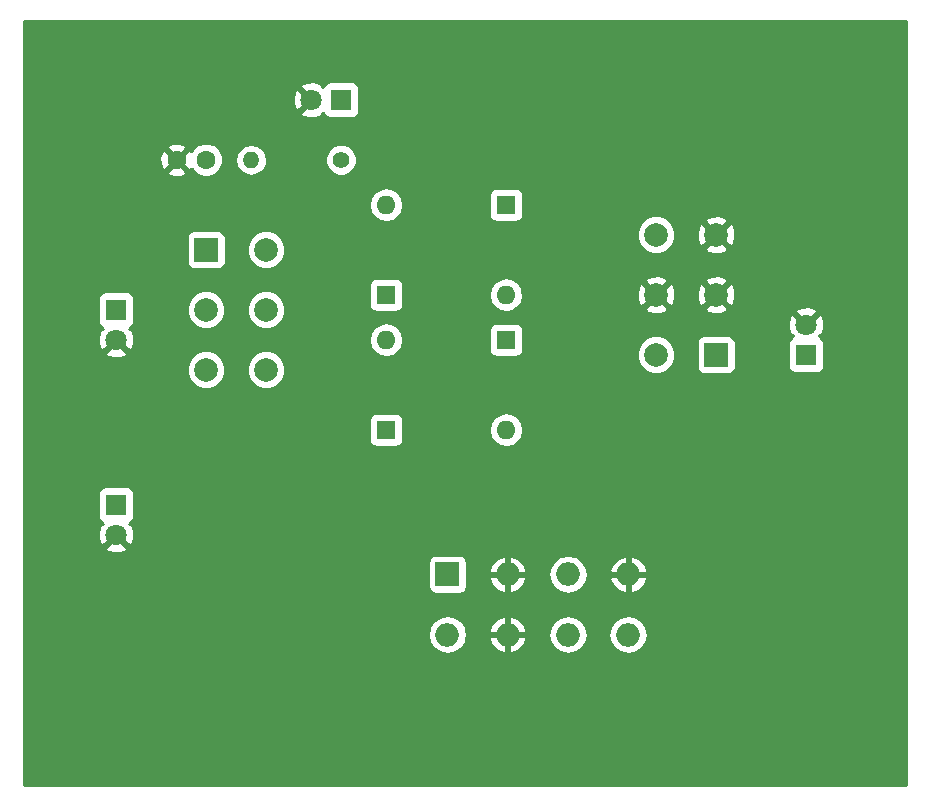
<source format=gbr>
G04 #@! TF.FileFunction,Copper,L1,Top,Signal*
%FSLAX46Y46*%
G04 Gerber Fmt 4.6, Leading zero omitted, Abs format (unit mm)*
G04 Created by KiCad (PCBNEW 4.0.7) date 02/25/18 20:53:57*
%MOMM*%
%LPD*%
G01*
G04 APERTURE LIST*
%ADD10C,0.100000*%
%ADD11R,2.000000X2.000000*%
%ADD12O,2.000000X2.000000*%
%ADD13C,1.600000*%
%ADD14R,1.600000X1.600000*%
%ADD15O,1.600000X1.600000*%
%ADD16R,1.800000X1.800000*%
%ADD17C,1.800000*%
%ADD18C,1.400000*%
%ADD19O,1.400000X1.400000*%
%ADD20C,2.000000*%
%ADD21C,0.254000*%
G04 APERTURE END LIST*
D10*
D11*
X136010000Y-77010000D03*
D12*
X141110000Y-77010000D03*
X146210000Y-77010000D03*
X151310000Y-77010000D03*
X136010000Y-82110000D03*
X141110000Y-82110000D03*
X146210000Y-82110000D03*
X151310000Y-82110000D03*
D13*
X115570000Y-41910000D03*
X113070000Y-41910000D03*
D14*
X130810000Y-53340000D03*
D15*
X130810000Y-45720000D03*
D14*
X140970000Y-57150000D03*
D15*
X140970000Y-64770000D03*
D14*
X130810000Y-64770000D03*
D15*
X130810000Y-57150000D03*
D14*
X140970000Y-45720000D03*
D15*
X140970000Y-53340000D03*
D16*
X107950000Y-54610000D03*
D17*
X107950000Y-57150000D03*
D16*
X107950000Y-71120000D03*
D17*
X107950000Y-73660000D03*
D16*
X127000000Y-36830000D03*
D17*
X124460000Y-36830000D03*
D16*
X166370000Y-58420000D03*
D17*
X166370000Y-55880000D03*
D18*
X127000000Y-41910000D03*
D19*
X119380000Y-41910000D03*
D11*
X115570000Y-49530000D03*
D20*
X120650000Y-49530000D03*
X115570000Y-54610000D03*
X120650000Y-59690000D03*
X120650000Y-54610000D03*
X115570000Y-59690000D03*
D11*
X158750000Y-58420000D03*
D20*
X153670000Y-58420000D03*
X158750000Y-53340000D03*
X153670000Y-48260000D03*
X153670000Y-53340000D03*
X158750000Y-48260000D03*
D21*
G36*
X174873000Y-94873000D02*
X100127000Y-94873000D01*
X100127000Y-82110000D01*
X134342968Y-82110000D01*
X134467425Y-82735687D01*
X134821848Y-83266120D01*
X135352281Y-83620543D01*
X135977968Y-83745000D01*
X136042032Y-83745000D01*
X136667719Y-83620543D01*
X137198152Y-83266120D01*
X137552575Y-82735687D01*
X137601358Y-82490434D01*
X139519876Y-82490434D01*
X139716598Y-82965385D01*
X140150006Y-83433505D01*
X140729565Y-83700133D01*
X140983000Y-83581319D01*
X140983000Y-82237000D01*
X141237000Y-82237000D01*
X141237000Y-83581319D01*
X141490435Y-83700133D01*
X142069994Y-83433505D01*
X142503402Y-82965385D01*
X142700124Y-82490434D01*
X142580777Y-82237000D01*
X141237000Y-82237000D01*
X140983000Y-82237000D01*
X139639223Y-82237000D01*
X139519876Y-82490434D01*
X137601358Y-82490434D01*
X137677032Y-82110000D01*
X144542968Y-82110000D01*
X144667425Y-82735687D01*
X145021848Y-83266120D01*
X145552281Y-83620543D01*
X146177968Y-83745000D01*
X146242032Y-83745000D01*
X146867719Y-83620543D01*
X147398152Y-83266120D01*
X147752575Y-82735687D01*
X147877032Y-82110000D01*
X149642968Y-82110000D01*
X149767425Y-82735687D01*
X150121848Y-83266120D01*
X150652281Y-83620543D01*
X151277968Y-83745000D01*
X151342032Y-83745000D01*
X151967719Y-83620543D01*
X152498152Y-83266120D01*
X152852575Y-82735687D01*
X152977032Y-82110000D01*
X152852575Y-81484313D01*
X152498152Y-80953880D01*
X151967719Y-80599457D01*
X151342032Y-80475000D01*
X151277968Y-80475000D01*
X150652281Y-80599457D01*
X150121848Y-80953880D01*
X149767425Y-81484313D01*
X149642968Y-82110000D01*
X147877032Y-82110000D01*
X147752575Y-81484313D01*
X147398152Y-80953880D01*
X146867719Y-80599457D01*
X146242032Y-80475000D01*
X146177968Y-80475000D01*
X145552281Y-80599457D01*
X145021848Y-80953880D01*
X144667425Y-81484313D01*
X144542968Y-82110000D01*
X137677032Y-82110000D01*
X137601359Y-81729566D01*
X139519876Y-81729566D01*
X139639223Y-81983000D01*
X140983000Y-81983000D01*
X140983000Y-80638681D01*
X141237000Y-80638681D01*
X141237000Y-81983000D01*
X142580777Y-81983000D01*
X142700124Y-81729566D01*
X142503402Y-81254615D01*
X142069994Y-80786495D01*
X141490435Y-80519867D01*
X141237000Y-80638681D01*
X140983000Y-80638681D01*
X140729565Y-80519867D01*
X140150006Y-80786495D01*
X139716598Y-81254615D01*
X139519876Y-81729566D01*
X137601359Y-81729566D01*
X137552575Y-81484313D01*
X137198152Y-80953880D01*
X136667719Y-80599457D01*
X136042032Y-80475000D01*
X135977968Y-80475000D01*
X135352281Y-80599457D01*
X134821848Y-80953880D01*
X134467425Y-81484313D01*
X134342968Y-82110000D01*
X100127000Y-82110000D01*
X100127000Y-76010000D01*
X134362560Y-76010000D01*
X134362560Y-78010000D01*
X134406838Y-78245317D01*
X134545910Y-78461441D01*
X134758110Y-78606431D01*
X135010000Y-78657440D01*
X137010000Y-78657440D01*
X137245317Y-78613162D01*
X137461441Y-78474090D01*
X137606431Y-78261890D01*
X137657440Y-78010000D01*
X137657440Y-77390434D01*
X139519876Y-77390434D01*
X139716598Y-77865385D01*
X140150006Y-78333505D01*
X140729565Y-78600133D01*
X140983000Y-78481319D01*
X140983000Y-77137000D01*
X141237000Y-77137000D01*
X141237000Y-78481319D01*
X141490435Y-78600133D01*
X142069994Y-78333505D01*
X142503402Y-77865385D01*
X142700124Y-77390434D01*
X142580777Y-77137000D01*
X141237000Y-77137000D01*
X140983000Y-77137000D01*
X139639223Y-77137000D01*
X139519876Y-77390434D01*
X137657440Y-77390434D01*
X137657440Y-77010000D01*
X144542968Y-77010000D01*
X144667425Y-77635687D01*
X145021848Y-78166120D01*
X145552281Y-78520543D01*
X146177968Y-78645000D01*
X146242032Y-78645000D01*
X146867719Y-78520543D01*
X147398152Y-78166120D01*
X147752575Y-77635687D01*
X147801358Y-77390434D01*
X149719876Y-77390434D01*
X149916598Y-77865385D01*
X150350006Y-78333505D01*
X150929565Y-78600133D01*
X151183000Y-78481319D01*
X151183000Y-77137000D01*
X151437000Y-77137000D01*
X151437000Y-78481319D01*
X151690435Y-78600133D01*
X152269994Y-78333505D01*
X152703402Y-77865385D01*
X152900124Y-77390434D01*
X152780777Y-77137000D01*
X151437000Y-77137000D01*
X151183000Y-77137000D01*
X149839223Y-77137000D01*
X149719876Y-77390434D01*
X147801358Y-77390434D01*
X147877032Y-77010000D01*
X147801359Y-76629566D01*
X149719876Y-76629566D01*
X149839223Y-76883000D01*
X151183000Y-76883000D01*
X151183000Y-75538681D01*
X151437000Y-75538681D01*
X151437000Y-76883000D01*
X152780777Y-76883000D01*
X152900124Y-76629566D01*
X152703402Y-76154615D01*
X152269994Y-75686495D01*
X151690435Y-75419867D01*
X151437000Y-75538681D01*
X151183000Y-75538681D01*
X150929565Y-75419867D01*
X150350006Y-75686495D01*
X149916598Y-76154615D01*
X149719876Y-76629566D01*
X147801359Y-76629566D01*
X147752575Y-76384313D01*
X147398152Y-75853880D01*
X146867719Y-75499457D01*
X146242032Y-75375000D01*
X146177968Y-75375000D01*
X145552281Y-75499457D01*
X145021848Y-75853880D01*
X144667425Y-76384313D01*
X144542968Y-77010000D01*
X137657440Y-77010000D01*
X137657440Y-76629566D01*
X139519876Y-76629566D01*
X139639223Y-76883000D01*
X140983000Y-76883000D01*
X140983000Y-75538681D01*
X141237000Y-75538681D01*
X141237000Y-76883000D01*
X142580777Y-76883000D01*
X142700124Y-76629566D01*
X142503402Y-76154615D01*
X142069994Y-75686495D01*
X141490435Y-75419867D01*
X141237000Y-75538681D01*
X140983000Y-75538681D01*
X140729565Y-75419867D01*
X140150006Y-75686495D01*
X139716598Y-76154615D01*
X139519876Y-76629566D01*
X137657440Y-76629566D01*
X137657440Y-76010000D01*
X137613162Y-75774683D01*
X137474090Y-75558559D01*
X137261890Y-75413569D01*
X137010000Y-75362560D01*
X135010000Y-75362560D01*
X134774683Y-75406838D01*
X134558559Y-75545910D01*
X134413569Y-75758110D01*
X134362560Y-76010000D01*
X100127000Y-76010000D01*
X100127000Y-74740159D01*
X107049446Y-74740159D01*
X107135852Y-74996643D01*
X107709336Y-75206458D01*
X108319460Y-75180839D01*
X108764148Y-74996643D01*
X108850554Y-74740159D01*
X107950000Y-73839605D01*
X107049446Y-74740159D01*
X100127000Y-74740159D01*
X100127000Y-70220000D01*
X106402560Y-70220000D01*
X106402560Y-72020000D01*
X106446838Y-72255317D01*
X106585910Y-72471441D01*
X106789574Y-72610598D01*
X106755282Y-72644890D01*
X106869839Y-72759447D01*
X106613357Y-72845852D01*
X106403542Y-73419336D01*
X106429161Y-74029460D01*
X106613357Y-74474148D01*
X106869841Y-74560554D01*
X107770395Y-73660000D01*
X107756253Y-73645858D01*
X107935858Y-73466253D01*
X107950000Y-73480395D01*
X107964143Y-73466253D01*
X108143748Y-73645858D01*
X108129605Y-73660000D01*
X109030159Y-74560554D01*
X109286643Y-74474148D01*
X109496458Y-73900664D01*
X109470839Y-73290540D01*
X109286643Y-72845852D01*
X109030161Y-72759447D01*
X109144718Y-72644890D01*
X109108240Y-72608412D01*
X109301441Y-72484090D01*
X109446431Y-72271890D01*
X109497440Y-72020000D01*
X109497440Y-70220000D01*
X109453162Y-69984683D01*
X109314090Y-69768559D01*
X109101890Y-69623569D01*
X108850000Y-69572560D01*
X107050000Y-69572560D01*
X106814683Y-69616838D01*
X106598559Y-69755910D01*
X106453569Y-69968110D01*
X106402560Y-70220000D01*
X100127000Y-70220000D01*
X100127000Y-63970000D01*
X129362560Y-63970000D01*
X129362560Y-65570000D01*
X129406838Y-65805317D01*
X129545910Y-66021441D01*
X129758110Y-66166431D01*
X130010000Y-66217440D01*
X131610000Y-66217440D01*
X131845317Y-66173162D01*
X132061441Y-66034090D01*
X132206431Y-65821890D01*
X132257440Y-65570000D01*
X132257440Y-64741887D01*
X139535000Y-64741887D01*
X139535000Y-64798113D01*
X139644233Y-65347264D01*
X139955302Y-65812811D01*
X140420849Y-66123880D01*
X140970000Y-66233113D01*
X141519151Y-66123880D01*
X141984698Y-65812811D01*
X142295767Y-65347264D01*
X142405000Y-64798113D01*
X142405000Y-64741887D01*
X142295767Y-64192736D01*
X141984698Y-63727189D01*
X141519151Y-63416120D01*
X140970000Y-63306887D01*
X140420849Y-63416120D01*
X139955302Y-63727189D01*
X139644233Y-64192736D01*
X139535000Y-64741887D01*
X132257440Y-64741887D01*
X132257440Y-63970000D01*
X132213162Y-63734683D01*
X132074090Y-63518559D01*
X131861890Y-63373569D01*
X131610000Y-63322560D01*
X130010000Y-63322560D01*
X129774683Y-63366838D01*
X129558559Y-63505910D01*
X129413569Y-63718110D01*
X129362560Y-63970000D01*
X100127000Y-63970000D01*
X100127000Y-60013795D01*
X113934716Y-60013795D01*
X114183106Y-60614943D01*
X114642637Y-61075278D01*
X115243352Y-61324716D01*
X115893795Y-61325284D01*
X116494943Y-61076894D01*
X116955278Y-60617363D01*
X117204716Y-60016648D01*
X117204718Y-60013795D01*
X119014716Y-60013795D01*
X119263106Y-60614943D01*
X119722637Y-61075278D01*
X120323352Y-61324716D01*
X120973795Y-61325284D01*
X121574943Y-61076894D01*
X122035278Y-60617363D01*
X122284716Y-60016648D01*
X122285284Y-59366205D01*
X122036894Y-58765057D01*
X122015670Y-58743795D01*
X152034716Y-58743795D01*
X152283106Y-59344943D01*
X152742637Y-59805278D01*
X153343352Y-60054716D01*
X153993795Y-60055284D01*
X154594943Y-59806894D01*
X155055278Y-59347363D01*
X155304716Y-58746648D01*
X155305284Y-58096205D01*
X155056894Y-57495057D01*
X154981969Y-57420000D01*
X157102560Y-57420000D01*
X157102560Y-59420000D01*
X157146838Y-59655317D01*
X157285910Y-59871441D01*
X157498110Y-60016431D01*
X157750000Y-60067440D01*
X159750000Y-60067440D01*
X159985317Y-60023162D01*
X160201441Y-59884090D01*
X160346431Y-59671890D01*
X160397440Y-59420000D01*
X160397440Y-57520000D01*
X164822560Y-57520000D01*
X164822560Y-59320000D01*
X164866838Y-59555317D01*
X165005910Y-59771441D01*
X165218110Y-59916431D01*
X165470000Y-59967440D01*
X167270000Y-59967440D01*
X167505317Y-59923162D01*
X167721441Y-59784090D01*
X167866431Y-59571890D01*
X167917440Y-59320000D01*
X167917440Y-57520000D01*
X167873162Y-57284683D01*
X167734090Y-57068559D01*
X167530426Y-56929402D01*
X167564718Y-56895110D01*
X167450161Y-56780553D01*
X167706643Y-56694148D01*
X167916458Y-56120664D01*
X167890839Y-55510540D01*
X167706643Y-55065852D01*
X167450159Y-54979446D01*
X166549605Y-55880000D01*
X166563748Y-55894143D01*
X166384143Y-56073748D01*
X166370000Y-56059605D01*
X166355858Y-56073748D01*
X166176253Y-55894143D01*
X166190395Y-55880000D01*
X165289841Y-54979446D01*
X165033357Y-55065852D01*
X164823542Y-55639336D01*
X164849161Y-56249460D01*
X165033357Y-56694148D01*
X165289839Y-56780553D01*
X165175282Y-56895110D01*
X165211760Y-56931588D01*
X165018559Y-57055910D01*
X164873569Y-57268110D01*
X164822560Y-57520000D01*
X160397440Y-57520000D01*
X160397440Y-57420000D01*
X160353162Y-57184683D01*
X160214090Y-56968559D01*
X160001890Y-56823569D01*
X159750000Y-56772560D01*
X157750000Y-56772560D01*
X157514683Y-56816838D01*
X157298559Y-56955910D01*
X157153569Y-57168110D01*
X157102560Y-57420000D01*
X154981969Y-57420000D01*
X154597363Y-57034722D01*
X153996648Y-56785284D01*
X153346205Y-56784716D01*
X152745057Y-57033106D01*
X152284722Y-57492637D01*
X152035284Y-58093352D01*
X152034716Y-58743795D01*
X122015670Y-58743795D01*
X121577363Y-58304722D01*
X120976648Y-58055284D01*
X120326205Y-58054716D01*
X119725057Y-58303106D01*
X119264722Y-58762637D01*
X119015284Y-59363352D01*
X119014716Y-60013795D01*
X117204718Y-60013795D01*
X117205284Y-59366205D01*
X116956894Y-58765057D01*
X116497363Y-58304722D01*
X115896648Y-58055284D01*
X115246205Y-58054716D01*
X114645057Y-58303106D01*
X114184722Y-58762637D01*
X113935284Y-59363352D01*
X113934716Y-60013795D01*
X100127000Y-60013795D01*
X100127000Y-58230159D01*
X107049446Y-58230159D01*
X107135852Y-58486643D01*
X107709336Y-58696458D01*
X108319460Y-58670839D01*
X108764148Y-58486643D01*
X108850554Y-58230159D01*
X107950000Y-57329605D01*
X107049446Y-58230159D01*
X100127000Y-58230159D01*
X100127000Y-53710000D01*
X106402560Y-53710000D01*
X106402560Y-55510000D01*
X106446838Y-55745317D01*
X106585910Y-55961441D01*
X106789574Y-56100598D01*
X106755282Y-56134890D01*
X106869839Y-56249447D01*
X106613357Y-56335852D01*
X106403542Y-56909336D01*
X106429161Y-57519460D01*
X106613357Y-57964148D01*
X106869841Y-58050554D01*
X107770395Y-57150000D01*
X107756253Y-57135858D01*
X107935858Y-56956253D01*
X107950000Y-56970395D01*
X107964143Y-56956253D01*
X108143748Y-57135858D01*
X108129605Y-57150000D01*
X109030159Y-58050554D01*
X109286643Y-57964148D01*
X109496458Y-57390664D01*
X109485173Y-57121887D01*
X129375000Y-57121887D01*
X129375000Y-57178113D01*
X129484233Y-57727264D01*
X129795302Y-58192811D01*
X130260849Y-58503880D01*
X130810000Y-58613113D01*
X131359151Y-58503880D01*
X131824698Y-58192811D01*
X132135767Y-57727264D01*
X132245000Y-57178113D01*
X132245000Y-57121887D01*
X132135767Y-56572736D01*
X131986940Y-56350000D01*
X139522560Y-56350000D01*
X139522560Y-57950000D01*
X139566838Y-58185317D01*
X139705910Y-58401441D01*
X139918110Y-58546431D01*
X140170000Y-58597440D01*
X141770000Y-58597440D01*
X142005317Y-58553162D01*
X142221441Y-58414090D01*
X142366431Y-58201890D01*
X142417440Y-57950000D01*
X142417440Y-56350000D01*
X142373162Y-56114683D01*
X142234090Y-55898559D01*
X142021890Y-55753569D01*
X141770000Y-55702560D01*
X140170000Y-55702560D01*
X139934683Y-55746838D01*
X139718559Y-55885910D01*
X139573569Y-56098110D01*
X139522560Y-56350000D01*
X131986940Y-56350000D01*
X131824698Y-56107189D01*
X131359151Y-55796120D01*
X130810000Y-55686887D01*
X130260849Y-55796120D01*
X129795302Y-56107189D01*
X129484233Y-56572736D01*
X129375000Y-57121887D01*
X109485173Y-57121887D01*
X109470839Y-56780540D01*
X109286643Y-56335852D01*
X109030161Y-56249447D01*
X109144718Y-56134890D01*
X109108240Y-56098412D01*
X109301441Y-55974090D01*
X109446431Y-55761890D01*
X109497440Y-55510000D01*
X109497440Y-54933795D01*
X113934716Y-54933795D01*
X114183106Y-55534943D01*
X114642637Y-55995278D01*
X115243352Y-56244716D01*
X115893795Y-56245284D01*
X116494943Y-55996894D01*
X116955278Y-55537363D01*
X117204716Y-54936648D01*
X117204718Y-54933795D01*
X119014716Y-54933795D01*
X119263106Y-55534943D01*
X119722637Y-55995278D01*
X120323352Y-56244716D01*
X120973795Y-56245284D01*
X121574943Y-55996894D01*
X122035278Y-55537363D01*
X122284716Y-54936648D01*
X122285284Y-54286205D01*
X122036894Y-53685057D01*
X121577363Y-53224722D01*
X120976648Y-52975284D01*
X120326205Y-52974716D01*
X119725057Y-53223106D01*
X119264722Y-53682637D01*
X119015284Y-54283352D01*
X119014716Y-54933795D01*
X117204718Y-54933795D01*
X117205284Y-54286205D01*
X116956894Y-53685057D01*
X116497363Y-53224722D01*
X115896648Y-52975284D01*
X115246205Y-52974716D01*
X114645057Y-53223106D01*
X114184722Y-53682637D01*
X113935284Y-54283352D01*
X113934716Y-54933795D01*
X109497440Y-54933795D01*
X109497440Y-53710000D01*
X109453162Y-53474683D01*
X109314090Y-53258559D01*
X109101890Y-53113569D01*
X108850000Y-53062560D01*
X107050000Y-53062560D01*
X106814683Y-53106838D01*
X106598559Y-53245910D01*
X106453569Y-53458110D01*
X106402560Y-53710000D01*
X100127000Y-53710000D01*
X100127000Y-52540000D01*
X129362560Y-52540000D01*
X129362560Y-54140000D01*
X129406838Y-54375317D01*
X129545910Y-54591441D01*
X129758110Y-54736431D01*
X130010000Y-54787440D01*
X131610000Y-54787440D01*
X131845317Y-54743162D01*
X132061441Y-54604090D01*
X132206431Y-54391890D01*
X132257440Y-54140000D01*
X132257440Y-53311887D01*
X139535000Y-53311887D01*
X139535000Y-53368113D01*
X139644233Y-53917264D01*
X139955302Y-54382811D01*
X140420849Y-54693880D01*
X140970000Y-54803113D01*
X141519151Y-54693880D01*
X141820489Y-54492532D01*
X152697073Y-54492532D01*
X152795736Y-54759387D01*
X153405461Y-54985908D01*
X154055460Y-54961856D01*
X154544264Y-54759387D01*
X154642927Y-54492532D01*
X157777073Y-54492532D01*
X157875736Y-54759387D01*
X158485461Y-54985908D01*
X159135460Y-54961856D01*
X159526599Y-54799841D01*
X165469446Y-54799841D01*
X166370000Y-55700395D01*
X167270554Y-54799841D01*
X167184148Y-54543357D01*
X166610664Y-54333542D01*
X166000540Y-54359161D01*
X165555852Y-54543357D01*
X165469446Y-54799841D01*
X159526599Y-54799841D01*
X159624264Y-54759387D01*
X159722927Y-54492532D01*
X158750000Y-53519605D01*
X157777073Y-54492532D01*
X154642927Y-54492532D01*
X153670000Y-53519605D01*
X152697073Y-54492532D01*
X141820489Y-54492532D01*
X141984698Y-54382811D01*
X142295767Y-53917264D01*
X142405000Y-53368113D01*
X142405000Y-53311887D01*
X142357972Y-53075461D01*
X152024092Y-53075461D01*
X152048144Y-53725460D01*
X152250613Y-54214264D01*
X152517468Y-54312927D01*
X153490395Y-53340000D01*
X153849605Y-53340000D01*
X154822532Y-54312927D01*
X155089387Y-54214264D01*
X155315908Y-53604539D01*
X155296331Y-53075461D01*
X157104092Y-53075461D01*
X157128144Y-53725460D01*
X157330613Y-54214264D01*
X157597468Y-54312927D01*
X158570395Y-53340000D01*
X158929605Y-53340000D01*
X159902532Y-54312927D01*
X160169387Y-54214264D01*
X160395908Y-53604539D01*
X160371856Y-52954540D01*
X160169387Y-52465736D01*
X159902532Y-52367073D01*
X158929605Y-53340000D01*
X158570395Y-53340000D01*
X157597468Y-52367073D01*
X157330613Y-52465736D01*
X157104092Y-53075461D01*
X155296331Y-53075461D01*
X155291856Y-52954540D01*
X155089387Y-52465736D01*
X154822532Y-52367073D01*
X153849605Y-53340000D01*
X153490395Y-53340000D01*
X152517468Y-52367073D01*
X152250613Y-52465736D01*
X152024092Y-53075461D01*
X142357972Y-53075461D01*
X142295767Y-52762736D01*
X141984698Y-52297189D01*
X141820490Y-52187468D01*
X152697073Y-52187468D01*
X153670000Y-53160395D01*
X154642927Y-52187468D01*
X157777073Y-52187468D01*
X158750000Y-53160395D01*
X159722927Y-52187468D01*
X159624264Y-51920613D01*
X159014539Y-51694092D01*
X158364540Y-51718144D01*
X157875736Y-51920613D01*
X157777073Y-52187468D01*
X154642927Y-52187468D01*
X154544264Y-51920613D01*
X153934539Y-51694092D01*
X153284540Y-51718144D01*
X152795736Y-51920613D01*
X152697073Y-52187468D01*
X141820490Y-52187468D01*
X141519151Y-51986120D01*
X140970000Y-51876887D01*
X140420849Y-51986120D01*
X139955302Y-52297189D01*
X139644233Y-52762736D01*
X139535000Y-53311887D01*
X132257440Y-53311887D01*
X132257440Y-52540000D01*
X132213162Y-52304683D01*
X132074090Y-52088559D01*
X131861890Y-51943569D01*
X131610000Y-51892560D01*
X130010000Y-51892560D01*
X129774683Y-51936838D01*
X129558559Y-52075910D01*
X129413569Y-52288110D01*
X129362560Y-52540000D01*
X100127000Y-52540000D01*
X100127000Y-48530000D01*
X113922560Y-48530000D01*
X113922560Y-50530000D01*
X113966838Y-50765317D01*
X114105910Y-50981441D01*
X114318110Y-51126431D01*
X114570000Y-51177440D01*
X116570000Y-51177440D01*
X116805317Y-51133162D01*
X117021441Y-50994090D01*
X117166431Y-50781890D01*
X117217440Y-50530000D01*
X117217440Y-49853795D01*
X119014716Y-49853795D01*
X119263106Y-50454943D01*
X119722637Y-50915278D01*
X120323352Y-51164716D01*
X120973795Y-51165284D01*
X121574943Y-50916894D01*
X122035278Y-50457363D01*
X122284716Y-49856648D01*
X122285284Y-49206205D01*
X122036894Y-48605057D01*
X122015670Y-48583795D01*
X152034716Y-48583795D01*
X152283106Y-49184943D01*
X152742637Y-49645278D01*
X153343352Y-49894716D01*
X153993795Y-49895284D01*
X154594943Y-49646894D01*
X154829715Y-49412532D01*
X157777073Y-49412532D01*
X157875736Y-49679387D01*
X158485461Y-49905908D01*
X159135460Y-49881856D01*
X159624264Y-49679387D01*
X159722927Y-49412532D01*
X158750000Y-48439605D01*
X157777073Y-49412532D01*
X154829715Y-49412532D01*
X155055278Y-49187363D01*
X155304716Y-48586648D01*
X155305232Y-47995461D01*
X157104092Y-47995461D01*
X157128144Y-48645460D01*
X157330613Y-49134264D01*
X157597468Y-49232927D01*
X158570395Y-48260000D01*
X158929605Y-48260000D01*
X159902532Y-49232927D01*
X160169387Y-49134264D01*
X160395908Y-48524539D01*
X160371856Y-47874540D01*
X160169387Y-47385736D01*
X159902532Y-47287073D01*
X158929605Y-48260000D01*
X158570395Y-48260000D01*
X157597468Y-47287073D01*
X157330613Y-47385736D01*
X157104092Y-47995461D01*
X155305232Y-47995461D01*
X155305284Y-47936205D01*
X155056894Y-47335057D01*
X154829703Y-47107468D01*
X157777073Y-47107468D01*
X158750000Y-48080395D01*
X159722927Y-47107468D01*
X159624264Y-46840613D01*
X159014539Y-46614092D01*
X158364540Y-46638144D01*
X157875736Y-46840613D01*
X157777073Y-47107468D01*
X154829703Y-47107468D01*
X154597363Y-46874722D01*
X153996648Y-46625284D01*
X153346205Y-46624716D01*
X152745057Y-46873106D01*
X152284722Y-47332637D01*
X152035284Y-47933352D01*
X152034716Y-48583795D01*
X122015670Y-48583795D01*
X121577363Y-48144722D01*
X120976648Y-47895284D01*
X120326205Y-47894716D01*
X119725057Y-48143106D01*
X119264722Y-48602637D01*
X119015284Y-49203352D01*
X119014716Y-49853795D01*
X117217440Y-49853795D01*
X117217440Y-48530000D01*
X117173162Y-48294683D01*
X117034090Y-48078559D01*
X116821890Y-47933569D01*
X116570000Y-47882560D01*
X114570000Y-47882560D01*
X114334683Y-47926838D01*
X114118559Y-48065910D01*
X113973569Y-48278110D01*
X113922560Y-48530000D01*
X100127000Y-48530000D01*
X100127000Y-45691887D01*
X129375000Y-45691887D01*
X129375000Y-45748113D01*
X129484233Y-46297264D01*
X129795302Y-46762811D01*
X130260849Y-47073880D01*
X130810000Y-47183113D01*
X131359151Y-47073880D01*
X131824698Y-46762811D01*
X132135767Y-46297264D01*
X132245000Y-45748113D01*
X132245000Y-45691887D01*
X132135767Y-45142736D01*
X131986940Y-44920000D01*
X139522560Y-44920000D01*
X139522560Y-46520000D01*
X139566838Y-46755317D01*
X139705910Y-46971441D01*
X139918110Y-47116431D01*
X140170000Y-47167440D01*
X141770000Y-47167440D01*
X142005317Y-47123162D01*
X142221441Y-46984090D01*
X142366431Y-46771890D01*
X142417440Y-46520000D01*
X142417440Y-44920000D01*
X142373162Y-44684683D01*
X142234090Y-44468559D01*
X142021890Y-44323569D01*
X141770000Y-44272560D01*
X140170000Y-44272560D01*
X139934683Y-44316838D01*
X139718559Y-44455910D01*
X139573569Y-44668110D01*
X139522560Y-44920000D01*
X131986940Y-44920000D01*
X131824698Y-44677189D01*
X131359151Y-44366120D01*
X130810000Y-44256887D01*
X130260849Y-44366120D01*
X129795302Y-44677189D01*
X129484233Y-45142736D01*
X129375000Y-45691887D01*
X100127000Y-45691887D01*
X100127000Y-42917745D01*
X112241861Y-42917745D01*
X112315995Y-43163864D01*
X112853223Y-43356965D01*
X113423454Y-43329778D01*
X113824005Y-43163864D01*
X113898139Y-42917745D01*
X113070000Y-42089605D01*
X112241861Y-42917745D01*
X100127000Y-42917745D01*
X100127000Y-41693223D01*
X111623035Y-41693223D01*
X111650222Y-42263454D01*
X111816136Y-42664005D01*
X112062255Y-42738139D01*
X112890395Y-41910000D01*
X113249605Y-41910000D01*
X114077745Y-42738139D01*
X114323864Y-42664005D01*
X114326196Y-42657517D01*
X114352757Y-42721800D01*
X114756077Y-43125824D01*
X115283309Y-43344750D01*
X115854187Y-43345248D01*
X116381800Y-43127243D01*
X116785824Y-42723923D01*
X117004750Y-42196691D01*
X117005000Y-41910000D01*
X118018846Y-41910000D01*
X118120467Y-42420882D01*
X118409858Y-42853988D01*
X118842964Y-43143379D01*
X119353846Y-43245000D01*
X119406154Y-43245000D01*
X119917036Y-43143379D01*
X120350142Y-42853988D01*
X120639533Y-42420882D01*
X120688564Y-42174383D01*
X125664769Y-42174383D01*
X125867582Y-42665229D01*
X126242796Y-43041098D01*
X126733287Y-43244768D01*
X127264383Y-43245231D01*
X127755229Y-43042418D01*
X128131098Y-42667204D01*
X128334768Y-42176713D01*
X128335231Y-41645617D01*
X128132418Y-41154771D01*
X127757204Y-40778902D01*
X127266713Y-40575232D01*
X126735617Y-40574769D01*
X126244771Y-40777582D01*
X125868902Y-41152796D01*
X125665232Y-41643287D01*
X125664769Y-42174383D01*
X120688564Y-42174383D01*
X120741154Y-41910000D01*
X120639533Y-41399118D01*
X120350142Y-40966012D01*
X119917036Y-40676621D01*
X119406154Y-40575000D01*
X119353846Y-40575000D01*
X118842964Y-40676621D01*
X118409858Y-40966012D01*
X118120467Y-41399118D01*
X118018846Y-41910000D01*
X117005000Y-41910000D01*
X117005248Y-41625813D01*
X116787243Y-41098200D01*
X116383923Y-40694176D01*
X115856691Y-40475250D01*
X115285813Y-40474752D01*
X114758200Y-40692757D01*
X114354176Y-41096077D01*
X114326577Y-41162544D01*
X114323864Y-41155995D01*
X114077745Y-41081861D01*
X113249605Y-41910000D01*
X112890395Y-41910000D01*
X112062255Y-41081861D01*
X111816136Y-41155995D01*
X111623035Y-41693223D01*
X100127000Y-41693223D01*
X100127000Y-40902255D01*
X112241861Y-40902255D01*
X113070000Y-41730395D01*
X113898139Y-40902255D01*
X113824005Y-40656136D01*
X113286777Y-40463035D01*
X112716546Y-40490222D01*
X112315995Y-40656136D01*
X112241861Y-40902255D01*
X100127000Y-40902255D01*
X100127000Y-36589336D01*
X122913542Y-36589336D01*
X122939161Y-37199460D01*
X123123357Y-37644148D01*
X123379841Y-37730554D01*
X124280395Y-36830000D01*
X123379841Y-35929446D01*
X123123357Y-36015852D01*
X122913542Y-36589336D01*
X100127000Y-36589336D01*
X100127000Y-35749841D01*
X123559446Y-35749841D01*
X124460000Y-36650395D01*
X124474143Y-36636253D01*
X124653748Y-36815858D01*
X124639605Y-36830000D01*
X124653748Y-36844143D01*
X124474143Y-37023748D01*
X124460000Y-37009605D01*
X123559446Y-37910159D01*
X123645852Y-38166643D01*
X124219336Y-38376458D01*
X124829460Y-38350839D01*
X125274148Y-38166643D01*
X125360553Y-37910161D01*
X125475110Y-38024718D01*
X125511588Y-37988240D01*
X125635910Y-38181441D01*
X125848110Y-38326431D01*
X126100000Y-38377440D01*
X127900000Y-38377440D01*
X128135317Y-38333162D01*
X128351441Y-38194090D01*
X128496431Y-37981890D01*
X128547440Y-37730000D01*
X128547440Y-35930000D01*
X128503162Y-35694683D01*
X128364090Y-35478559D01*
X128151890Y-35333569D01*
X127900000Y-35282560D01*
X126100000Y-35282560D01*
X125864683Y-35326838D01*
X125648559Y-35465910D01*
X125509402Y-35669574D01*
X125475110Y-35635282D01*
X125360553Y-35749839D01*
X125274148Y-35493357D01*
X124700664Y-35283542D01*
X124090540Y-35309161D01*
X123645852Y-35493357D01*
X123559446Y-35749841D01*
X100127000Y-35749841D01*
X100127000Y-30127000D01*
X174873000Y-30127000D01*
X174873000Y-94873000D01*
X174873000Y-94873000D01*
G37*
X174873000Y-94873000D02*
X100127000Y-94873000D01*
X100127000Y-82110000D01*
X134342968Y-82110000D01*
X134467425Y-82735687D01*
X134821848Y-83266120D01*
X135352281Y-83620543D01*
X135977968Y-83745000D01*
X136042032Y-83745000D01*
X136667719Y-83620543D01*
X137198152Y-83266120D01*
X137552575Y-82735687D01*
X137601358Y-82490434D01*
X139519876Y-82490434D01*
X139716598Y-82965385D01*
X140150006Y-83433505D01*
X140729565Y-83700133D01*
X140983000Y-83581319D01*
X140983000Y-82237000D01*
X141237000Y-82237000D01*
X141237000Y-83581319D01*
X141490435Y-83700133D01*
X142069994Y-83433505D01*
X142503402Y-82965385D01*
X142700124Y-82490434D01*
X142580777Y-82237000D01*
X141237000Y-82237000D01*
X140983000Y-82237000D01*
X139639223Y-82237000D01*
X139519876Y-82490434D01*
X137601358Y-82490434D01*
X137677032Y-82110000D01*
X144542968Y-82110000D01*
X144667425Y-82735687D01*
X145021848Y-83266120D01*
X145552281Y-83620543D01*
X146177968Y-83745000D01*
X146242032Y-83745000D01*
X146867719Y-83620543D01*
X147398152Y-83266120D01*
X147752575Y-82735687D01*
X147877032Y-82110000D01*
X149642968Y-82110000D01*
X149767425Y-82735687D01*
X150121848Y-83266120D01*
X150652281Y-83620543D01*
X151277968Y-83745000D01*
X151342032Y-83745000D01*
X151967719Y-83620543D01*
X152498152Y-83266120D01*
X152852575Y-82735687D01*
X152977032Y-82110000D01*
X152852575Y-81484313D01*
X152498152Y-80953880D01*
X151967719Y-80599457D01*
X151342032Y-80475000D01*
X151277968Y-80475000D01*
X150652281Y-80599457D01*
X150121848Y-80953880D01*
X149767425Y-81484313D01*
X149642968Y-82110000D01*
X147877032Y-82110000D01*
X147752575Y-81484313D01*
X147398152Y-80953880D01*
X146867719Y-80599457D01*
X146242032Y-80475000D01*
X146177968Y-80475000D01*
X145552281Y-80599457D01*
X145021848Y-80953880D01*
X144667425Y-81484313D01*
X144542968Y-82110000D01*
X137677032Y-82110000D01*
X137601359Y-81729566D01*
X139519876Y-81729566D01*
X139639223Y-81983000D01*
X140983000Y-81983000D01*
X140983000Y-80638681D01*
X141237000Y-80638681D01*
X141237000Y-81983000D01*
X142580777Y-81983000D01*
X142700124Y-81729566D01*
X142503402Y-81254615D01*
X142069994Y-80786495D01*
X141490435Y-80519867D01*
X141237000Y-80638681D01*
X140983000Y-80638681D01*
X140729565Y-80519867D01*
X140150006Y-80786495D01*
X139716598Y-81254615D01*
X139519876Y-81729566D01*
X137601359Y-81729566D01*
X137552575Y-81484313D01*
X137198152Y-80953880D01*
X136667719Y-80599457D01*
X136042032Y-80475000D01*
X135977968Y-80475000D01*
X135352281Y-80599457D01*
X134821848Y-80953880D01*
X134467425Y-81484313D01*
X134342968Y-82110000D01*
X100127000Y-82110000D01*
X100127000Y-76010000D01*
X134362560Y-76010000D01*
X134362560Y-78010000D01*
X134406838Y-78245317D01*
X134545910Y-78461441D01*
X134758110Y-78606431D01*
X135010000Y-78657440D01*
X137010000Y-78657440D01*
X137245317Y-78613162D01*
X137461441Y-78474090D01*
X137606431Y-78261890D01*
X137657440Y-78010000D01*
X137657440Y-77390434D01*
X139519876Y-77390434D01*
X139716598Y-77865385D01*
X140150006Y-78333505D01*
X140729565Y-78600133D01*
X140983000Y-78481319D01*
X140983000Y-77137000D01*
X141237000Y-77137000D01*
X141237000Y-78481319D01*
X141490435Y-78600133D01*
X142069994Y-78333505D01*
X142503402Y-77865385D01*
X142700124Y-77390434D01*
X142580777Y-77137000D01*
X141237000Y-77137000D01*
X140983000Y-77137000D01*
X139639223Y-77137000D01*
X139519876Y-77390434D01*
X137657440Y-77390434D01*
X137657440Y-77010000D01*
X144542968Y-77010000D01*
X144667425Y-77635687D01*
X145021848Y-78166120D01*
X145552281Y-78520543D01*
X146177968Y-78645000D01*
X146242032Y-78645000D01*
X146867719Y-78520543D01*
X147398152Y-78166120D01*
X147752575Y-77635687D01*
X147801358Y-77390434D01*
X149719876Y-77390434D01*
X149916598Y-77865385D01*
X150350006Y-78333505D01*
X150929565Y-78600133D01*
X151183000Y-78481319D01*
X151183000Y-77137000D01*
X151437000Y-77137000D01*
X151437000Y-78481319D01*
X151690435Y-78600133D01*
X152269994Y-78333505D01*
X152703402Y-77865385D01*
X152900124Y-77390434D01*
X152780777Y-77137000D01*
X151437000Y-77137000D01*
X151183000Y-77137000D01*
X149839223Y-77137000D01*
X149719876Y-77390434D01*
X147801358Y-77390434D01*
X147877032Y-77010000D01*
X147801359Y-76629566D01*
X149719876Y-76629566D01*
X149839223Y-76883000D01*
X151183000Y-76883000D01*
X151183000Y-75538681D01*
X151437000Y-75538681D01*
X151437000Y-76883000D01*
X152780777Y-76883000D01*
X152900124Y-76629566D01*
X152703402Y-76154615D01*
X152269994Y-75686495D01*
X151690435Y-75419867D01*
X151437000Y-75538681D01*
X151183000Y-75538681D01*
X150929565Y-75419867D01*
X150350006Y-75686495D01*
X149916598Y-76154615D01*
X149719876Y-76629566D01*
X147801359Y-76629566D01*
X147752575Y-76384313D01*
X147398152Y-75853880D01*
X146867719Y-75499457D01*
X146242032Y-75375000D01*
X146177968Y-75375000D01*
X145552281Y-75499457D01*
X145021848Y-75853880D01*
X144667425Y-76384313D01*
X144542968Y-77010000D01*
X137657440Y-77010000D01*
X137657440Y-76629566D01*
X139519876Y-76629566D01*
X139639223Y-76883000D01*
X140983000Y-76883000D01*
X140983000Y-75538681D01*
X141237000Y-75538681D01*
X141237000Y-76883000D01*
X142580777Y-76883000D01*
X142700124Y-76629566D01*
X142503402Y-76154615D01*
X142069994Y-75686495D01*
X141490435Y-75419867D01*
X141237000Y-75538681D01*
X140983000Y-75538681D01*
X140729565Y-75419867D01*
X140150006Y-75686495D01*
X139716598Y-76154615D01*
X139519876Y-76629566D01*
X137657440Y-76629566D01*
X137657440Y-76010000D01*
X137613162Y-75774683D01*
X137474090Y-75558559D01*
X137261890Y-75413569D01*
X137010000Y-75362560D01*
X135010000Y-75362560D01*
X134774683Y-75406838D01*
X134558559Y-75545910D01*
X134413569Y-75758110D01*
X134362560Y-76010000D01*
X100127000Y-76010000D01*
X100127000Y-74740159D01*
X107049446Y-74740159D01*
X107135852Y-74996643D01*
X107709336Y-75206458D01*
X108319460Y-75180839D01*
X108764148Y-74996643D01*
X108850554Y-74740159D01*
X107950000Y-73839605D01*
X107049446Y-74740159D01*
X100127000Y-74740159D01*
X100127000Y-70220000D01*
X106402560Y-70220000D01*
X106402560Y-72020000D01*
X106446838Y-72255317D01*
X106585910Y-72471441D01*
X106789574Y-72610598D01*
X106755282Y-72644890D01*
X106869839Y-72759447D01*
X106613357Y-72845852D01*
X106403542Y-73419336D01*
X106429161Y-74029460D01*
X106613357Y-74474148D01*
X106869841Y-74560554D01*
X107770395Y-73660000D01*
X107756253Y-73645858D01*
X107935858Y-73466253D01*
X107950000Y-73480395D01*
X107964143Y-73466253D01*
X108143748Y-73645858D01*
X108129605Y-73660000D01*
X109030159Y-74560554D01*
X109286643Y-74474148D01*
X109496458Y-73900664D01*
X109470839Y-73290540D01*
X109286643Y-72845852D01*
X109030161Y-72759447D01*
X109144718Y-72644890D01*
X109108240Y-72608412D01*
X109301441Y-72484090D01*
X109446431Y-72271890D01*
X109497440Y-72020000D01*
X109497440Y-70220000D01*
X109453162Y-69984683D01*
X109314090Y-69768559D01*
X109101890Y-69623569D01*
X108850000Y-69572560D01*
X107050000Y-69572560D01*
X106814683Y-69616838D01*
X106598559Y-69755910D01*
X106453569Y-69968110D01*
X106402560Y-70220000D01*
X100127000Y-70220000D01*
X100127000Y-63970000D01*
X129362560Y-63970000D01*
X129362560Y-65570000D01*
X129406838Y-65805317D01*
X129545910Y-66021441D01*
X129758110Y-66166431D01*
X130010000Y-66217440D01*
X131610000Y-66217440D01*
X131845317Y-66173162D01*
X132061441Y-66034090D01*
X132206431Y-65821890D01*
X132257440Y-65570000D01*
X132257440Y-64741887D01*
X139535000Y-64741887D01*
X139535000Y-64798113D01*
X139644233Y-65347264D01*
X139955302Y-65812811D01*
X140420849Y-66123880D01*
X140970000Y-66233113D01*
X141519151Y-66123880D01*
X141984698Y-65812811D01*
X142295767Y-65347264D01*
X142405000Y-64798113D01*
X142405000Y-64741887D01*
X142295767Y-64192736D01*
X141984698Y-63727189D01*
X141519151Y-63416120D01*
X140970000Y-63306887D01*
X140420849Y-63416120D01*
X139955302Y-63727189D01*
X139644233Y-64192736D01*
X139535000Y-64741887D01*
X132257440Y-64741887D01*
X132257440Y-63970000D01*
X132213162Y-63734683D01*
X132074090Y-63518559D01*
X131861890Y-63373569D01*
X131610000Y-63322560D01*
X130010000Y-63322560D01*
X129774683Y-63366838D01*
X129558559Y-63505910D01*
X129413569Y-63718110D01*
X129362560Y-63970000D01*
X100127000Y-63970000D01*
X100127000Y-60013795D01*
X113934716Y-60013795D01*
X114183106Y-60614943D01*
X114642637Y-61075278D01*
X115243352Y-61324716D01*
X115893795Y-61325284D01*
X116494943Y-61076894D01*
X116955278Y-60617363D01*
X117204716Y-60016648D01*
X117204718Y-60013795D01*
X119014716Y-60013795D01*
X119263106Y-60614943D01*
X119722637Y-61075278D01*
X120323352Y-61324716D01*
X120973795Y-61325284D01*
X121574943Y-61076894D01*
X122035278Y-60617363D01*
X122284716Y-60016648D01*
X122285284Y-59366205D01*
X122036894Y-58765057D01*
X122015670Y-58743795D01*
X152034716Y-58743795D01*
X152283106Y-59344943D01*
X152742637Y-59805278D01*
X153343352Y-60054716D01*
X153993795Y-60055284D01*
X154594943Y-59806894D01*
X155055278Y-59347363D01*
X155304716Y-58746648D01*
X155305284Y-58096205D01*
X155056894Y-57495057D01*
X154981969Y-57420000D01*
X157102560Y-57420000D01*
X157102560Y-59420000D01*
X157146838Y-59655317D01*
X157285910Y-59871441D01*
X157498110Y-60016431D01*
X157750000Y-60067440D01*
X159750000Y-60067440D01*
X159985317Y-60023162D01*
X160201441Y-59884090D01*
X160346431Y-59671890D01*
X160397440Y-59420000D01*
X160397440Y-57520000D01*
X164822560Y-57520000D01*
X164822560Y-59320000D01*
X164866838Y-59555317D01*
X165005910Y-59771441D01*
X165218110Y-59916431D01*
X165470000Y-59967440D01*
X167270000Y-59967440D01*
X167505317Y-59923162D01*
X167721441Y-59784090D01*
X167866431Y-59571890D01*
X167917440Y-59320000D01*
X167917440Y-57520000D01*
X167873162Y-57284683D01*
X167734090Y-57068559D01*
X167530426Y-56929402D01*
X167564718Y-56895110D01*
X167450161Y-56780553D01*
X167706643Y-56694148D01*
X167916458Y-56120664D01*
X167890839Y-55510540D01*
X167706643Y-55065852D01*
X167450159Y-54979446D01*
X166549605Y-55880000D01*
X166563748Y-55894143D01*
X166384143Y-56073748D01*
X166370000Y-56059605D01*
X166355858Y-56073748D01*
X166176253Y-55894143D01*
X166190395Y-55880000D01*
X165289841Y-54979446D01*
X165033357Y-55065852D01*
X164823542Y-55639336D01*
X164849161Y-56249460D01*
X165033357Y-56694148D01*
X165289839Y-56780553D01*
X165175282Y-56895110D01*
X165211760Y-56931588D01*
X165018559Y-57055910D01*
X164873569Y-57268110D01*
X164822560Y-57520000D01*
X160397440Y-57520000D01*
X160397440Y-57420000D01*
X160353162Y-57184683D01*
X160214090Y-56968559D01*
X160001890Y-56823569D01*
X159750000Y-56772560D01*
X157750000Y-56772560D01*
X157514683Y-56816838D01*
X157298559Y-56955910D01*
X157153569Y-57168110D01*
X157102560Y-57420000D01*
X154981969Y-57420000D01*
X154597363Y-57034722D01*
X153996648Y-56785284D01*
X153346205Y-56784716D01*
X152745057Y-57033106D01*
X152284722Y-57492637D01*
X152035284Y-58093352D01*
X152034716Y-58743795D01*
X122015670Y-58743795D01*
X121577363Y-58304722D01*
X120976648Y-58055284D01*
X120326205Y-58054716D01*
X119725057Y-58303106D01*
X119264722Y-58762637D01*
X119015284Y-59363352D01*
X119014716Y-60013795D01*
X117204718Y-60013795D01*
X117205284Y-59366205D01*
X116956894Y-58765057D01*
X116497363Y-58304722D01*
X115896648Y-58055284D01*
X115246205Y-58054716D01*
X114645057Y-58303106D01*
X114184722Y-58762637D01*
X113935284Y-59363352D01*
X113934716Y-60013795D01*
X100127000Y-60013795D01*
X100127000Y-58230159D01*
X107049446Y-58230159D01*
X107135852Y-58486643D01*
X107709336Y-58696458D01*
X108319460Y-58670839D01*
X108764148Y-58486643D01*
X108850554Y-58230159D01*
X107950000Y-57329605D01*
X107049446Y-58230159D01*
X100127000Y-58230159D01*
X100127000Y-53710000D01*
X106402560Y-53710000D01*
X106402560Y-55510000D01*
X106446838Y-55745317D01*
X106585910Y-55961441D01*
X106789574Y-56100598D01*
X106755282Y-56134890D01*
X106869839Y-56249447D01*
X106613357Y-56335852D01*
X106403542Y-56909336D01*
X106429161Y-57519460D01*
X106613357Y-57964148D01*
X106869841Y-58050554D01*
X107770395Y-57150000D01*
X107756253Y-57135858D01*
X107935858Y-56956253D01*
X107950000Y-56970395D01*
X107964143Y-56956253D01*
X108143748Y-57135858D01*
X108129605Y-57150000D01*
X109030159Y-58050554D01*
X109286643Y-57964148D01*
X109496458Y-57390664D01*
X109485173Y-57121887D01*
X129375000Y-57121887D01*
X129375000Y-57178113D01*
X129484233Y-57727264D01*
X129795302Y-58192811D01*
X130260849Y-58503880D01*
X130810000Y-58613113D01*
X131359151Y-58503880D01*
X131824698Y-58192811D01*
X132135767Y-57727264D01*
X132245000Y-57178113D01*
X132245000Y-57121887D01*
X132135767Y-56572736D01*
X131986940Y-56350000D01*
X139522560Y-56350000D01*
X139522560Y-57950000D01*
X139566838Y-58185317D01*
X139705910Y-58401441D01*
X139918110Y-58546431D01*
X140170000Y-58597440D01*
X141770000Y-58597440D01*
X142005317Y-58553162D01*
X142221441Y-58414090D01*
X142366431Y-58201890D01*
X142417440Y-57950000D01*
X142417440Y-56350000D01*
X142373162Y-56114683D01*
X142234090Y-55898559D01*
X142021890Y-55753569D01*
X141770000Y-55702560D01*
X140170000Y-55702560D01*
X139934683Y-55746838D01*
X139718559Y-55885910D01*
X139573569Y-56098110D01*
X139522560Y-56350000D01*
X131986940Y-56350000D01*
X131824698Y-56107189D01*
X131359151Y-55796120D01*
X130810000Y-55686887D01*
X130260849Y-55796120D01*
X129795302Y-56107189D01*
X129484233Y-56572736D01*
X129375000Y-57121887D01*
X109485173Y-57121887D01*
X109470839Y-56780540D01*
X109286643Y-56335852D01*
X109030161Y-56249447D01*
X109144718Y-56134890D01*
X109108240Y-56098412D01*
X109301441Y-55974090D01*
X109446431Y-55761890D01*
X109497440Y-55510000D01*
X109497440Y-54933795D01*
X113934716Y-54933795D01*
X114183106Y-55534943D01*
X114642637Y-55995278D01*
X115243352Y-56244716D01*
X115893795Y-56245284D01*
X116494943Y-55996894D01*
X116955278Y-55537363D01*
X117204716Y-54936648D01*
X117204718Y-54933795D01*
X119014716Y-54933795D01*
X119263106Y-55534943D01*
X119722637Y-55995278D01*
X120323352Y-56244716D01*
X120973795Y-56245284D01*
X121574943Y-55996894D01*
X122035278Y-55537363D01*
X122284716Y-54936648D01*
X122285284Y-54286205D01*
X122036894Y-53685057D01*
X121577363Y-53224722D01*
X120976648Y-52975284D01*
X120326205Y-52974716D01*
X119725057Y-53223106D01*
X119264722Y-53682637D01*
X119015284Y-54283352D01*
X119014716Y-54933795D01*
X117204718Y-54933795D01*
X117205284Y-54286205D01*
X116956894Y-53685057D01*
X116497363Y-53224722D01*
X115896648Y-52975284D01*
X115246205Y-52974716D01*
X114645057Y-53223106D01*
X114184722Y-53682637D01*
X113935284Y-54283352D01*
X113934716Y-54933795D01*
X109497440Y-54933795D01*
X109497440Y-53710000D01*
X109453162Y-53474683D01*
X109314090Y-53258559D01*
X109101890Y-53113569D01*
X108850000Y-53062560D01*
X107050000Y-53062560D01*
X106814683Y-53106838D01*
X106598559Y-53245910D01*
X106453569Y-53458110D01*
X106402560Y-53710000D01*
X100127000Y-53710000D01*
X100127000Y-52540000D01*
X129362560Y-52540000D01*
X129362560Y-54140000D01*
X129406838Y-54375317D01*
X129545910Y-54591441D01*
X129758110Y-54736431D01*
X130010000Y-54787440D01*
X131610000Y-54787440D01*
X131845317Y-54743162D01*
X132061441Y-54604090D01*
X132206431Y-54391890D01*
X132257440Y-54140000D01*
X132257440Y-53311887D01*
X139535000Y-53311887D01*
X139535000Y-53368113D01*
X139644233Y-53917264D01*
X139955302Y-54382811D01*
X140420849Y-54693880D01*
X140970000Y-54803113D01*
X141519151Y-54693880D01*
X141820489Y-54492532D01*
X152697073Y-54492532D01*
X152795736Y-54759387D01*
X153405461Y-54985908D01*
X154055460Y-54961856D01*
X154544264Y-54759387D01*
X154642927Y-54492532D01*
X157777073Y-54492532D01*
X157875736Y-54759387D01*
X158485461Y-54985908D01*
X159135460Y-54961856D01*
X159526599Y-54799841D01*
X165469446Y-54799841D01*
X166370000Y-55700395D01*
X167270554Y-54799841D01*
X167184148Y-54543357D01*
X166610664Y-54333542D01*
X166000540Y-54359161D01*
X165555852Y-54543357D01*
X165469446Y-54799841D01*
X159526599Y-54799841D01*
X159624264Y-54759387D01*
X159722927Y-54492532D01*
X158750000Y-53519605D01*
X157777073Y-54492532D01*
X154642927Y-54492532D01*
X153670000Y-53519605D01*
X152697073Y-54492532D01*
X141820489Y-54492532D01*
X141984698Y-54382811D01*
X142295767Y-53917264D01*
X142405000Y-53368113D01*
X142405000Y-53311887D01*
X142357972Y-53075461D01*
X152024092Y-53075461D01*
X152048144Y-53725460D01*
X152250613Y-54214264D01*
X152517468Y-54312927D01*
X153490395Y-53340000D01*
X153849605Y-53340000D01*
X154822532Y-54312927D01*
X155089387Y-54214264D01*
X155315908Y-53604539D01*
X155296331Y-53075461D01*
X157104092Y-53075461D01*
X157128144Y-53725460D01*
X157330613Y-54214264D01*
X157597468Y-54312927D01*
X158570395Y-53340000D01*
X158929605Y-53340000D01*
X159902532Y-54312927D01*
X160169387Y-54214264D01*
X160395908Y-53604539D01*
X160371856Y-52954540D01*
X160169387Y-52465736D01*
X159902532Y-52367073D01*
X158929605Y-53340000D01*
X158570395Y-53340000D01*
X157597468Y-52367073D01*
X157330613Y-52465736D01*
X157104092Y-53075461D01*
X155296331Y-53075461D01*
X155291856Y-52954540D01*
X155089387Y-52465736D01*
X154822532Y-52367073D01*
X153849605Y-53340000D01*
X153490395Y-53340000D01*
X152517468Y-52367073D01*
X152250613Y-52465736D01*
X152024092Y-53075461D01*
X142357972Y-53075461D01*
X142295767Y-52762736D01*
X141984698Y-52297189D01*
X141820490Y-52187468D01*
X152697073Y-52187468D01*
X153670000Y-53160395D01*
X154642927Y-52187468D01*
X157777073Y-52187468D01*
X158750000Y-53160395D01*
X159722927Y-52187468D01*
X159624264Y-51920613D01*
X159014539Y-51694092D01*
X158364540Y-51718144D01*
X157875736Y-51920613D01*
X157777073Y-52187468D01*
X154642927Y-52187468D01*
X154544264Y-51920613D01*
X153934539Y-51694092D01*
X153284540Y-51718144D01*
X152795736Y-51920613D01*
X152697073Y-52187468D01*
X141820490Y-52187468D01*
X141519151Y-51986120D01*
X140970000Y-51876887D01*
X140420849Y-51986120D01*
X139955302Y-52297189D01*
X139644233Y-52762736D01*
X139535000Y-53311887D01*
X132257440Y-53311887D01*
X132257440Y-52540000D01*
X132213162Y-52304683D01*
X132074090Y-52088559D01*
X131861890Y-51943569D01*
X131610000Y-51892560D01*
X130010000Y-51892560D01*
X129774683Y-51936838D01*
X129558559Y-52075910D01*
X129413569Y-52288110D01*
X129362560Y-52540000D01*
X100127000Y-52540000D01*
X100127000Y-48530000D01*
X113922560Y-48530000D01*
X113922560Y-50530000D01*
X113966838Y-50765317D01*
X114105910Y-50981441D01*
X114318110Y-51126431D01*
X114570000Y-51177440D01*
X116570000Y-51177440D01*
X116805317Y-51133162D01*
X117021441Y-50994090D01*
X117166431Y-50781890D01*
X117217440Y-50530000D01*
X117217440Y-49853795D01*
X119014716Y-49853795D01*
X119263106Y-50454943D01*
X119722637Y-50915278D01*
X120323352Y-51164716D01*
X120973795Y-51165284D01*
X121574943Y-50916894D01*
X122035278Y-50457363D01*
X122284716Y-49856648D01*
X122285284Y-49206205D01*
X122036894Y-48605057D01*
X122015670Y-48583795D01*
X152034716Y-48583795D01*
X152283106Y-49184943D01*
X152742637Y-49645278D01*
X153343352Y-49894716D01*
X153993795Y-49895284D01*
X154594943Y-49646894D01*
X154829715Y-49412532D01*
X157777073Y-49412532D01*
X157875736Y-49679387D01*
X158485461Y-49905908D01*
X159135460Y-49881856D01*
X159624264Y-49679387D01*
X159722927Y-49412532D01*
X158750000Y-48439605D01*
X157777073Y-49412532D01*
X154829715Y-49412532D01*
X155055278Y-49187363D01*
X155304716Y-48586648D01*
X155305232Y-47995461D01*
X157104092Y-47995461D01*
X157128144Y-48645460D01*
X157330613Y-49134264D01*
X157597468Y-49232927D01*
X158570395Y-48260000D01*
X158929605Y-48260000D01*
X159902532Y-49232927D01*
X160169387Y-49134264D01*
X160395908Y-48524539D01*
X160371856Y-47874540D01*
X160169387Y-47385736D01*
X159902532Y-47287073D01*
X158929605Y-48260000D01*
X158570395Y-48260000D01*
X157597468Y-47287073D01*
X157330613Y-47385736D01*
X157104092Y-47995461D01*
X155305232Y-47995461D01*
X155305284Y-47936205D01*
X155056894Y-47335057D01*
X154829703Y-47107468D01*
X157777073Y-47107468D01*
X158750000Y-48080395D01*
X159722927Y-47107468D01*
X159624264Y-46840613D01*
X159014539Y-46614092D01*
X158364540Y-46638144D01*
X157875736Y-46840613D01*
X157777073Y-47107468D01*
X154829703Y-47107468D01*
X154597363Y-46874722D01*
X153996648Y-46625284D01*
X153346205Y-46624716D01*
X152745057Y-46873106D01*
X152284722Y-47332637D01*
X152035284Y-47933352D01*
X152034716Y-48583795D01*
X122015670Y-48583795D01*
X121577363Y-48144722D01*
X120976648Y-47895284D01*
X120326205Y-47894716D01*
X119725057Y-48143106D01*
X119264722Y-48602637D01*
X119015284Y-49203352D01*
X119014716Y-49853795D01*
X117217440Y-49853795D01*
X117217440Y-48530000D01*
X117173162Y-48294683D01*
X117034090Y-48078559D01*
X116821890Y-47933569D01*
X116570000Y-47882560D01*
X114570000Y-47882560D01*
X114334683Y-47926838D01*
X114118559Y-48065910D01*
X113973569Y-48278110D01*
X113922560Y-48530000D01*
X100127000Y-48530000D01*
X100127000Y-45691887D01*
X129375000Y-45691887D01*
X129375000Y-45748113D01*
X129484233Y-46297264D01*
X129795302Y-46762811D01*
X130260849Y-47073880D01*
X130810000Y-47183113D01*
X131359151Y-47073880D01*
X131824698Y-46762811D01*
X132135767Y-46297264D01*
X132245000Y-45748113D01*
X132245000Y-45691887D01*
X132135767Y-45142736D01*
X131986940Y-44920000D01*
X139522560Y-44920000D01*
X139522560Y-46520000D01*
X139566838Y-46755317D01*
X139705910Y-46971441D01*
X139918110Y-47116431D01*
X140170000Y-47167440D01*
X141770000Y-47167440D01*
X142005317Y-47123162D01*
X142221441Y-46984090D01*
X142366431Y-46771890D01*
X142417440Y-46520000D01*
X142417440Y-44920000D01*
X142373162Y-44684683D01*
X142234090Y-44468559D01*
X142021890Y-44323569D01*
X141770000Y-44272560D01*
X140170000Y-44272560D01*
X139934683Y-44316838D01*
X139718559Y-44455910D01*
X139573569Y-44668110D01*
X139522560Y-44920000D01*
X131986940Y-44920000D01*
X131824698Y-44677189D01*
X131359151Y-44366120D01*
X130810000Y-44256887D01*
X130260849Y-44366120D01*
X129795302Y-44677189D01*
X129484233Y-45142736D01*
X129375000Y-45691887D01*
X100127000Y-45691887D01*
X100127000Y-42917745D01*
X112241861Y-42917745D01*
X112315995Y-43163864D01*
X112853223Y-43356965D01*
X113423454Y-43329778D01*
X113824005Y-43163864D01*
X113898139Y-42917745D01*
X113070000Y-42089605D01*
X112241861Y-42917745D01*
X100127000Y-42917745D01*
X100127000Y-41693223D01*
X111623035Y-41693223D01*
X111650222Y-42263454D01*
X111816136Y-42664005D01*
X112062255Y-42738139D01*
X112890395Y-41910000D01*
X113249605Y-41910000D01*
X114077745Y-42738139D01*
X114323864Y-42664005D01*
X114326196Y-42657517D01*
X114352757Y-42721800D01*
X114756077Y-43125824D01*
X115283309Y-43344750D01*
X115854187Y-43345248D01*
X116381800Y-43127243D01*
X116785824Y-42723923D01*
X117004750Y-42196691D01*
X117005000Y-41910000D01*
X118018846Y-41910000D01*
X118120467Y-42420882D01*
X118409858Y-42853988D01*
X118842964Y-43143379D01*
X119353846Y-43245000D01*
X119406154Y-43245000D01*
X119917036Y-43143379D01*
X120350142Y-42853988D01*
X120639533Y-42420882D01*
X120688564Y-42174383D01*
X125664769Y-42174383D01*
X125867582Y-42665229D01*
X126242796Y-43041098D01*
X126733287Y-43244768D01*
X127264383Y-43245231D01*
X127755229Y-43042418D01*
X128131098Y-42667204D01*
X128334768Y-42176713D01*
X128335231Y-41645617D01*
X128132418Y-41154771D01*
X127757204Y-40778902D01*
X127266713Y-40575232D01*
X126735617Y-40574769D01*
X126244771Y-40777582D01*
X125868902Y-41152796D01*
X125665232Y-41643287D01*
X125664769Y-42174383D01*
X120688564Y-42174383D01*
X120741154Y-41910000D01*
X120639533Y-41399118D01*
X120350142Y-40966012D01*
X119917036Y-40676621D01*
X119406154Y-40575000D01*
X119353846Y-40575000D01*
X118842964Y-40676621D01*
X118409858Y-40966012D01*
X118120467Y-41399118D01*
X118018846Y-41910000D01*
X117005000Y-41910000D01*
X117005248Y-41625813D01*
X116787243Y-41098200D01*
X116383923Y-40694176D01*
X115856691Y-40475250D01*
X115285813Y-40474752D01*
X114758200Y-40692757D01*
X114354176Y-41096077D01*
X114326577Y-41162544D01*
X114323864Y-41155995D01*
X114077745Y-41081861D01*
X113249605Y-41910000D01*
X112890395Y-41910000D01*
X112062255Y-41081861D01*
X111816136Y-41155995D01*
X111623035Y-41693223D01*
X100127000Y-41693223D01*
X100127000Y-40902255D01*
X112241861Y-40902255D01*
X113070000Y-41730395D01*
X113898139Y-40902255D01*
X113824005Y-40656136D01*
X113286777Y-40463035D01*
X112716546Y-40490222D01*
X112315995Y-40656136D01*
X112241861Y-40902255D01*
X100127000Y-40902255D01*
X100127000Y-36589336D01*
X122913542Y-36589336D01*
X122939161Y-37199460D01*
X123123357Y-37644148D01*
X123379841Y-37730554D01*
X124280395Y-36830000D01*
X123379841Y-35929446D01*
X123123357Y-36015852D01*
X122913542Y-36589336D01*
X100127000Y-36589336D01*
X100127000Y-35749841D01*
X123559446Y-35749841D01*
X124460000Y-36650395D01*
X124474143Y-36636253D01*
X124653748Y-36815858D01*
X124639605Y-36830000D01*
X124653748Y-36844143D01*
X124474143Y-37023748D01*
X124460000Y-37009605D01*
X123559446Y-37910159D01*
X123645852Y-38166643D01*
X124219336Y-38376458D01*
X124829460Y-38350839D01*
X125274148Y-38166643D01*
X125360553Y-37910161D01*
X125475110Y-38024718D01*
X125511588Y-37988240D01*
X125635910Y-38181441D01*
X125848110Y-38326431D01*
X126100000Y-38377440D01*
X127900000Y-38377440D01*
X128135317Y-38333162D01*
X128351441Y-38194090D01*
X128496431Y-37981890D01*
X128547440Y-37730000D01*
X128547440Y-35930000D01*
X128503162Y-35694683D01*
X128364090Y-35478559D01*
X128151890Y-35333569D01*
X127900000Y-35282560D01*
X126100000Y-35282560D01*
X125864683Y-35326838D01*
X125648559Y-35465910D01*
X125509402Y-35669574D01*
X125475110Y-35635282D01*
X125360553Y-35749839D01*
X125274148Y-35493357D01*
X124700664Y-35283542D01*
X124090540Y-35309161D01*
X123645852Y-35493357D01*
X123559446Y-35749841D01*
X100127000Y-35749841D01*
X100127000Y-30127000D01*
X174873000Y-30127000D01*
X174873000Y-94873000D01*
M02*

</source>
